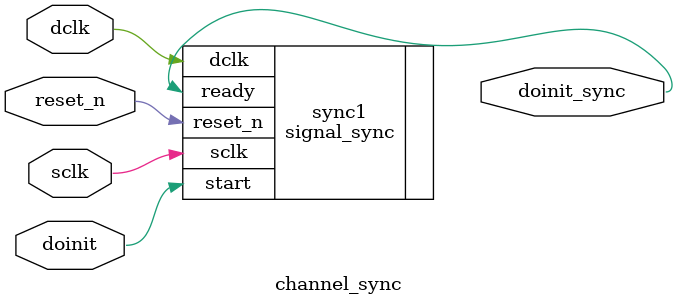
<source format=v>
`timescale 1ns/10ps

module channel_sync (
    sclk,
    dclk,
    reset_n,
    doinit,
    doinit_sync
    );

  input sclk;
  input dclk;
  input reset_n;
  input doinit;
  output doinit_sync;
  
  signal_sync sync1(
    .sclk      (sclk),
    .dclk      (dclk),
    .reset_n   (reset_n),
    .start     (doinit),
    .ready     (doinit_sync)
    );   

endmodule

</source>
